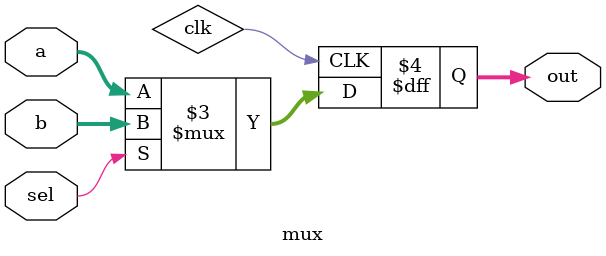
<source format=v>
module mux( 
input [4:0] a, b,
input sel,
output [4:0] out );
// When sel=0, assign a to out. 
// When sel=1, assign b to out.
always @(posedge clk)
  out <= (sel == 0) ? a : b;
endmodule

</source>
